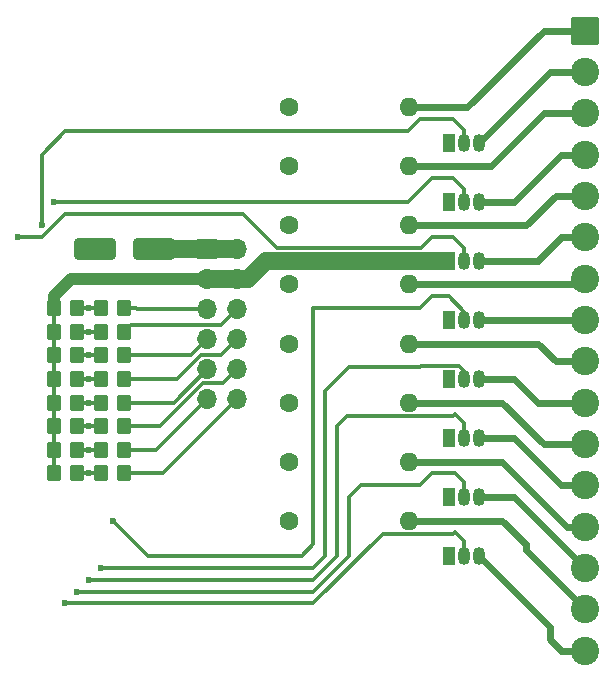
<source format=gbr>
%TF.GenerationSoftware,KiCad,Pcbnew,9.0.0*%
%TF.CreationDate,2025-03-23T16:41:57-07:00*%
%TF.ProjectId,Lights,4c696768-7473-42e6-9b69-6361645f7063,n/c*%
%TF.SameCoordinates,Original*%
%TF.FileFunction,Copper,L1,Top*%
%TF.FilePolarity,Positive*%
%FSLAX46Y46*%
G04 Gerber Fmt 4.6, Leading zero omitted, Abs format (unit mm)*
G04 Created by KiCad (PCBNEW 9.0.0) date 2025-03-23 16:41:57*
%MOMM*%
%LPD*%
G01*
G04 APERTURE LIST*
G04 Aperture macros list*
%AMRoundRect*
0 Rectangle with rounded corners*
0 $1 Rounding radius*
0 $2 $3 $4 $5 $6 $7 $8 $9 X,Y pos of 4 corners*
0 Add a 4 corners polygon primitive as box body*
4,1,4,$2,$3,$4,$5,$6,$7,$8,$9,$2,$3,0*
0 Add four circle primitives for the rounded corners*
1,1,$1+$1,$2,$3*
1,1,$1+$1,$4,$5*
1,1,$1+$1,$6,$7*
1,1,$1+$1,$8,$9*
0 Add four rect primitives between the rounded corners*
20,1,$1+$1,$2,$3,$4,$5,0*
20,1,$1+$1,$4,$5,$6,$7,0*
20,1,$1+$1,$6,$7,$8,$9,0*
20,1,$1+$1,$8,$9,$2,$3,0*%
G04 Aperture macros list end*
%TA.AperFunction,ComponentPad*%
%ADD10C,1.600000*%
%TD*%
%TA.AperFunction,ComponentPad*%
%ADD11O,1.600000X1.600000*%
%TD*%
%TA.AperFunction,SMDPad,CuDef*%
%ADD12RoundRect,0.250000X0.350000X0.450000X-0.350000X0.450000X-0.350000X-0.450000X0.350000X-0.450000X0*%
%TD*%
%TA.AperFunction,ComponentPad*%
%ADD13R,1.050000X1.500000*%
%TD*%
%TA.AperFunction,ComponentPad*%
%ADD14O,1.050000X1.500000*%
%TD*%
%TA.AperFunction,ComponentPad*%
%ADD15RoundRect,0.250001X-0.949999X0.949999X-0.949999X-0.949999X0.949999X-0.949999X0.949999X0.949999X0*%
%TD*%
%TA.AperFunction,ComponentPad*%
%ADD16C,2.400000*%
%TD*%
%TA.AperFunction,ComponentPad*%
%ADD17R,1.700000X1.700000*%
%TD*%
%TA.AperFunction,ComponentPad*%
%ADD18O,1.700000X1.700000*%
%TD*%
%TA.AperFunction,SMDPad,CuDef*%
%ADD19RoundRect,0.250000X-1.500000X-0.650000X1.500000X-0.650000X1.500000X0.650000X-1.500000X0.650000X0*%
%TD*%
%TA.AperFunction,ViaPad*%
%ADD20C,0.600000*%
%TD*%
%TA.AperFunction,Conductor*%
%ADD21C,0.300000*%
%TD*%
%TA.AperFunction,Conductor*%
%ADD22C,1.500000*%
%TD*%
%TA.AperFunction,Conductor*%
%ADD23C,1.000000*%
%TD*%
%TA.AperFunction,Conductor*%
%ADD24C,0.600000*%
%TD*%
G04 APERTURE END LIST*
D10*
%TO.P,R24,1*%
%TO.N,+12V*%
X179920000Y-80000000D03*
D11*
%TO.P,R24,2*%
%TO.N,Net-(J2-Pin_15)*%
X190080000Y-80000000D03*
%TD*%
D10*
%TO.P,R23,1*%
%TO.N,+12V*%
X179920000Y-75000000D03*
D11*
%TO.P,R23,2*%
%TO.N,Net-(J2-Pin_13)*%
X190080000Y-75000000D03*
%TD*%
D10*
%TO.P,R22,1*%
%TO.N,+12V*%
X179920000Y-70000000D03*
D11*
%TO.P,R22,2*%
%TO.N,Net-(J2-Pin_11)*%
X190080000Y-70000000D03*
%TD*%
D10*
%TO.P,R21,1*%
%TO.N,+12V*%
X179920000Y-65000000D03*
D11*
%TO.P,R21,2*%
%TO.N,Net-(J2-Pin_9)*%
X190080000Y-65000000D03*
%TD*%
D10*
%TO.P,R20,1*%
%TO.N,+12V*%
X179920000Y-60000000D03*
D11*
%TO.P,R20,2*%
%TO.N,Net-(J2-Pin_7)*%
X190080000Y-60000000D03*
%TD*%
D10*
%TO.P,R19,1*%
%TO.N,+12V*%
X179920000Y-55000000D03*
D11*
%TO.P,R19,2*%
%TO.N,Net-(J2-Pin_5)*%
X190080000Y-55000000D03*
%TD*%
D10*
%TO.P,R18,1*%
%TO.N,+12V*%
X179920000Y-50000000D03*
D11*
%TO.P,R18,2*%
%TO.N,Net-(J2-Pin_3)*%
X190080000Y-50000000D03*
%TD*%
D10*
%TO.P,R17,1*%
%TO.N,+12V*%
X179920000Y-45000000D03*
D11*
%TO.P,R17,2*%
%TO.N,Net-(J2-Pin_1)*%
X190080000Y-45000000D03*
%TD*%
D12*
%TO.P,R16,1*%
%TO.N,Net-(Q8-B)*%
X162000000Y-76000000D03*
%TO.P,R16,2*%
%TO.N,GND*%
X160000000Y-76000000D03*
%TD*%
%TO.P,R15,1*%
%TO.N,Net-(Q7-B)*%
X162000000Y-74000000D03*
%TO.P,R15,2*%
%TO.N,GND*%
X160000000Y-74000000D03*
%TD*%
%TO.P,R14,1*%
%TO.N,Net-(Q6-B)*%
X162000000Y-72000000D03*
%TO.P,R14,2*%
%TO.N,GND*%
X160000000Y-72000000D03*
%TD*%
%TO.P,R13,1*%
%TO.N,Net-(Q5-B)*%
X162000000Y-70000000D03*
%TO.P,R13,2*%
%TO.N,GND*%
X160000000Y-70000000D03*
%TD*%
%TO.P,R12,1*%
%TO.N,Net-(Q4-B)*%
X162000000Y-68000000D03*
%TO.P,R12,2*%
%TO.N,GND*%
X160000000Y-68000000D03*
%TD*%
%TO.P,R11,1*%
%TO.N,Net-(Q3-B)*%
X162000000Y-66000000D03*
%TO.P,R11,2*%
%TO.N,GND*%
X160000000Y-66000000D03*
%TD*%
%TO.P,R10,1*%
%TO.N,Net-(Q2-B)*%
X162000000Y-64000000D03*
%TO.P,R10,2*%
%TO.N,GND*%
X160000000Y-64000000D03*
%TD*%
%TO.P,R9,1*%
%TO.N,Net-(Q1-B)*%
X162000000Y-62000000D03*
%TO.P,R9,2*%
%TO.N,GND*%
X160000000Y-62000000D03*
%TD*%
%TO.P,R8,1*%
%TO.N,Net-(J1-Pin_12)*%
X166000000Y-76000000D03*
%TO.P,R8,2*%
%TO.N,Net-(Q8-B)*%
X164000000Y-76000000D03*
%TD*%
%TO.P,R7,1*%
%TO.N,Net-(J1-Pin_11)*%
X166000000Y-74000000D03*
%TO.P,R7,2*%
%TO.N,Net-(Q7-B)*%
X164000000Y-74000000D03*
%TD*%
%TO.P,R6,1*%
%TO.N,Net-(J1-Pin_10)*%
X166000000Y-72000000D03*
%TO.P,R6,2*%
%TO.N,Net-(Q6-B)*%
X164000000Y-72000000D03*
%TD*%
%TO.P,R5,1*%
%TO.N,Net-(J1-Pin_9)*%
X166000000Y-70000000D03*
%TO.P,R5,2*%
%TO.N,Net-(Q5-B)*%
X164000000Y-70000000D03*
%TD*%
%TO.P,R4,1*%
%TO.N,Net-(J1-Pin_8)*%
X166000000Y-68000000D03*
%TO.P,R4,2*%
%TO.N,Net-(Q4-B)*%
X164000000Y-68000000D03*
%TD*%
%TO.P,R3,1*%
%TO.N,Net-(J1-Pin_7)*%
X166000000Y-66000000D03*
%TO.P,R3,2*%
%TO.N,Net-(Q3-B)*%
X164000000Y-66000000D03*
%TD*%
%TO.P,R2,1*%
%TO.N,Net-(J1-Pin_6)*%
X166000000Y-64000000D03*
%TO.P,R2,2*%
%TO.N,Net-(Q2-B)*%
X164000000Y-64000000D03*
%TD*%
%TO.P,R1,1*%
%TO.N,Net-(J1-Pin_5)*%
X166000000Y-62000000D03*
%TO.P,R1,2*%
%TO.N,Net-(Q1-B)*%
X164000000Y-62000000D03*
%TD*%
D13*
%TO.P,Q8,1,E*%
%TO.N,GND*%
X193460000Y-83000000D03*
D14*
%TO.P,Q8,2,B*%
%TO.N,Net-(Q8-B)*%
X194730000Y-83000000D03*
%TO.P,Q8,3,C*%
%TO.N,Net-(J2-Pin_16)*%
X196000000Y-83000000D03*
%TD*%
D13*
%TO.P,Q7,1,E*%
%TO.N,GND*%
X193460000Y-78000000D03*
D14*
%TO.P,Q7,2,B*%
%TO.N,Net-(Q7-B)*%
X194730000Y-78000000D03*
%TO.P,Q7,3,C*%
%TO.N,Net-(J2-Pin_14)*%
X196000000Y-78000000D03*
%TD*%
D13*
%TO.P,Q6,1,E*%
%TO.N,GND*%
X193460000Y-73000000D03*
D14*
%TO.P,Q6,2,B*%
%TO.N,Net-(Q6-B)*%
X194730000Y-73000000D03*
%TO.P,Q6,3,C*%
%TO.N,Net-(J2-Pin_12)*%
X196000000Y-73000000D03*
%TD*%
D13*
%TO.P,Q5,1,E*%
%TO.N,GND*%
X193460000Y-68000000D03*
D14*
%TO.P,Q5,2,B*%
%TO.N,Net-(Q5-B)*%
X194730000Y-68000000D03*
%TO.P,Q5,3,C*%
%TO.N,Net-(J2-Pin_10)*%
X196000000Y-68000000D03*
%TD*%
D13*
%TO.P,Q4,1,E*%
%TO.N,GND*%
X193460000Y-63000000D03*
D14*
%TO.P,Q4,2,B*%
%TO.N,Net-(Q4-B)*%
X194730000Y-63000000D03*
%TO.P,Q4,3,C*%
%TO.N,Net-(J2-Pin_8)*%
X196000000Y-63000000D03*
%TD*%
D13*
%TO.P,Q3,1,E*%
%TO.N,GND*%
X193460000Y-58000000D03*
D14*
%TO.P,Q3,2,B*%
%TO.N,Net-(Q3-B)*%
X194730000Y-58000000D03*
%TO.P,Q3,3,C*%
%TO.N,Net-(J2-Pin_6)*%
X196000000Y-58000000D03*
%TD*%
D13*
%TO.P,Q2,1,E*%
%TO.N,GND*%
X193460000Y-53000000D03*
D14*
%TO.P,Q2,2,B*%
%TO.N,Net-(Q2-B)*%
X194730000Y-53000000D03*
%TO.P,Q2,3,C*%
%TO.N,Net-(J2-Pin_4)*%
X196000000Y-53000000D03*
%TD*%
D13*
%TO.P,Q1,1,E*%
%TO.N,GND*%
X193460000Y-48000000D03*
D14*
%TO.P,Q1,2,B*%
%TO.N,Net-(Q1-B)*%
X194730000Y-48000000D03*
%TO.P,Q1,3,C*%
%TO.N,Net-(J2-Pin_2)*%
X196000000Y-48000000D03*
%TD*%
D15*
%TO.P,J2,1,Pin_1*%
%TO.N,Net-(J2-Pin_1)*%
X205000000Y-38500000D03*
D16*
%TO.P,J2,2,Pin_2*%
%TO.N,Net-(J2-Pin_2)*%
X205000000Y-42000000D03*
%TO.P,J2,3,Pin_3*%
%TO.N,Net-(J2-Pin_3)*%
X205000000Y-45500000D03*
%TO.P,J2,4,Pin_4*%
%TO.N,Net-(J2-Pin_4)*%
X205000000Y-49000000D03*
%TO.P,J2,5,Pin_5*%
%TO.N,Net-(J2-Pin_5)*%
X205000000Y-52500000D03*
%TO.P,J2,6,Pin_6*%
%TO.N,Net-(J2-Pin_6)*%
X205000000Y-56000000D03*
%TO.P,J2,7,Pin_7*%
%TO.N,Net-(J2-Pin_7)*%
X205000000Y-59500000D03*
%TO.P,J2,8,Pin_8*%
%TO.N,Net-(J2-Pin_8)*%
X205000000Y-63000000D03*
%TO.P,J2,9,Pin_9*%
%TO.N,Net-(J2-Pin_9)*%
X205000000Y-66500000D03*
%TO.P,J2,10,Pin_10*%
%TO.N,Net-(J2-Pin_10)*%
X205000000Y-70000000D03*
%TO.P,J2,11,Pin_11*%
%TO.N,Net-(J2-Pin_11)*%
X205000000Y-73500000D03*
%TO.P,J2,12,Pin_12*%
%TO.N,Net-(J2-Pin_12)*%
X205000000Y-77000000D03*
%TO.P,J2,13,Pin_13*%
%TO.N,Net-(J2-Pin_13)*%
X205000000Y-80500000D03*
%TO.P,J2,14,Pin_14*%
%TO.N,Net-(J2-Pin_14)*%
X205000000Y-84000000D03*
%TO.P,J2,15,Pin_15*%
%TO.N,Net-(J2-Pin_15)*%
X205000000Y-87500000D03*
%TO.P,J2,16,Pin_16*%
%TO.N,Net-(J2-Pin_16)*%
X205000000Y-91000000D03*
%TD*%
D17*
%TO.P,J1,1,Pin_1*%
%TO.N,Net-(D1-A)*%
X173000000Y-57000000D03*
D18*
%TO.P,J1,2,Pin_2*%
X175540000Y-57000000D03*
%TO.P,J1,3,Pin_3*%
%TO.N,GND*%
X173000000Y-59540000D03*
%TO.P,J1,4,Pin_4*%
X175540000Y-59540000D03*
%TO.P,J1,5,Pin_5*%
%TO.N,Net-(J1-Pin_5)*%
X173000000Y-62080000D03*
%TO.P,J1,6,Pin_6*%
%TO.N,Net-(J1-Pin_6)*%
X175540000Y-62080000D03*
%TO.P,J1,7,Pin_7*%
%TO.N,Net-(J1-Pin_7)*%
X173000000Y-64620000D03*
%TO.P,J1,8,Pin_8*%
%TO.N,Net-(J1-Pin_8)*%
X175540000Y-64620000D03*
%TO.P,J1,9,Pin_9*%
%TO.N,Net-(J1-Pin_9)*%
X173000000Y-67160000D03*
%TO.P,J1,10,Pin_10*%
%TO.N,Net-(J1-Pin_10)*%
X175540000Y-67160000D03*
%TO.P,J1,11,Pin_11*%
%TO.N,Net-(J1-Pin_11)*%
X173000000Y-69700000D03*
%TO.P,J1,12,Pin_12*%
%TO.N,Net-(J1-Pin_12)*%
X175540000Y-69700000D03*
%TD*%
D19*
%TO.P,D1,1,K*%
%TO.N,+12V*%
X163500000Y-57000000D03*
%TO.P,D1,2,A*%
%TO.N,Net-(D1-A)*%
X168500000Y-57000000D03*
%TD*%
D20*
%TO.N,Net-(Q8-B)*%
X163000000Y-76000000D03*
X161000000Y-87000000D03*
%TO.N,Net-(Q7-B)*%
X163000000Y-74000000D03*
X162000000Y-86000000D03*
%TO.N,Net-(Q6-B)*%
X163000000Y-85000000D03*
X163000000Y-72000000D03*
%TO.N,Net-(Q5-B)*%
X164000000Y-84000000D03*
X163000000Y-70000000D03*
%TO.N,Net-(Q4-B)*%
X165000000Y-80000000D03*
X163000000Y-68000000D03*
%TO.N,Net-(Q3-B)*%
X163000000Y-66000000D03*
X157000000Y-56000000D03*
%TO.N,Net-(Q2-B)*%
X160000000Y-53000000D03*
X163000000Y-64000000D03*
%TO.N,Net-(Q1-B)*%
X159000000Y-55000000D03*
X163000000Y-62000000D03*
%TD*%
D21*
%TO.N,Net-(Q3-B)*%
X176000000Y-54000000D02*
X161000000Y-54000000D01*
X193780000Y-56000000D02*
X192000000Y-56000000D01*
X159000000Y-56000000D02*
X157000000Y-56000000D01*
D22*
%TO.N,GND*%
X175540000Y-59540000D02*
X176460000Y-59540000D01*
D21*
%TO.N,Net-(Q3-B)*%
X194730000Y-56950000D02*
X193780000Y-56000000D01*
D22*
%TO.N,GND*%
X178000000Y-58000000D02*
X193254000Y-58000000D01*
D21*
%TO.N,Net-(Q3-B)*%
X192000000Y-56000000D02*
X191100000Y-56900000D01*
D22*
%TO.N,GND*%
X176460000Y-59540000D02*
X178000000Y-58000000D01*
D21*
%TO.N,Net-(Q3-B)*%
X194730000Y-58000000D02*
X194730000Y-56950000D01*
X191100000Y-56900000D02*
X178900000Y-56900000D01*
X161000000Y-54000000D02*
X159000000Y-56000000D01*
X178900000Y-56900000D02*
X176000000Y-54000000D01*
%TO.N,Net-(Q8-B)*%
X193849000Y-81151000D02*
X187849000Y-81151000D01*
X194000000Y-81000000D02*
X193849000Y-81151000D01*
X163000000Y-76000000D02*
X164000000Y-76000000D01*
X182000000Y-87000000D02*
X161000000Y-87000000D01*
X194730000Y-81730000D02*
X194000000Y-81000000D01*
X187849000Y-81151000D02*
X182000000Y-87000000D01*
X194730000Y-83000000D02*
X194730000Y-81730000D01*
%TO.N,Net-(Q7-B)*%
X185000000Y-83000000D02*
X182000000Y-86000000D01*
X182000000Y-86000000D02*
X162000000Y-86000000D01*
X194000000Y-76000000D02*
X192000000Y-76000000D01*
X162000000Y-74000000D02*
X163000000Y-74000000D01*
X194730000Y-78000000D02*
X194730000Y-76730000D01*
X185000000Y-78000000D02*
X185000000Y-83000000D01*
X186000000Y-77000000D02*
X185000000Y-78000000D01*
X194730000Y-76730000D02*
X194000000Y-76000000D01*
X192000000Y-76000000D02*
X191000000Y-77000000D01*
X191000000Y-77000000D02*
X186000000Y-77000000D01*
%TO.N,Net-(Q6-B)*%
X193849000Y-71151000D02*
X184849000Y-71151000D01*
X194730000Y-73000000D02*
X194730000Y-71730000D01*
X184849000Y-71151000D02*
X184000000Y-72000000D01*
X194000000Y-71000000D02*
X193849000Y-71151000D01*
X182000000Y-85000000D02*
X163000000Y-85000000D01*
X184000000Y-72000000D02*
X184000000Y-83000000D01*
X194730000Y-71730000D02*
X194000000Y-71000000D01*
X184000000Y-83000000D02*
X182000000Y-85000000D01*
X163000000Y-72000000D02*
X164000000Y-72000000D01*
%TO.N,Net-(Q5-B)*%
X184000000Y-68000000D02*
X183000000Y-69000000D01*
X183000000Y-83000000D02*
X182000000Y-84000000D01*
X194730000Y-67293000D02*
X194336000Y-66899000D01*
X162000000Y-70000000D02*
X163000000Y-70000000D01*
X185000000Y-67000000D02*
X184000000Y-68000000D01*
X191000000Y-67000000D02*
X185000000Y-67000000D01*
X194336000Y-66899000D02*
X191101000Y-66899000D01*
X183000000Y-69000000D02*
X183000000Y-83000000D01*
X191101000Y-66899000D02*
X191000000Y-67000000D01*
X194730000Y-68000000D02*
X194730000Y-67293000D01*
X182000000Y-84000000D02*
X164000000Y-84000000D01*
%TO.N,Net-(Q4-B)*%
X168000000Y-83000000D02*
X165000000Y-80000000D01*
X182000000Y-62000000D02*
X182000000Y-82000000D01*
X192000000Y-61000000D02*
X191000000Y-62000000D01*
X194730000Y-63000000D02*
X194730000Y-62293000D01*
X194730000Y-62293000D02*
X193437000Y-61000000D01*
X191000000Y-62000000D02*
X182000000Y-62000000D01*
X182000000Y-82000000D02*
X181000000Y-83000000D01*
X163000000Y-68000000D02*
X164000000Y-68000000D01*
X181000000Y-83000000D02*
X168000000Y-83000000D01*
X193437000Y-61000000D02*
X192000000Y-61000000D01*
%TO.N,Net-(Q3-B)*%
X163000000Y-66000000D02*
X164000000Y-66000000D01*
%TO.N,Net-(Q2-B)*%
X194730000Y-53000000D02*
X194730000Y-51950000D01*
X192000000Y-51000000D02*
X191000000Y-52000000D01*
X191000000Y-52000000D02*
X190000000Y-53000000D01*
X163000000Y-64000000D02*
X164000000Y-64000000D01*
X194730000Y-51950000D02*
X193780000Y-51000000D01*
X193780000Y-51000000D02*
X192000000Y-51000000D01*
X190000000Y-53000000D02*
X160000000Y-53000000D01*
%TO.N,Net-(Q1-B)*%
X194730000Y-48000000D02*
X194730000Y-46950000D01*
X161000000Y-47000000D02*
X159000000Y-49000000D01*
X194730000Y-46950000D02*
X193780000Y-46000000D01*
X193780000Y-46000000D02*
X191000000Y-46000000D01*
X191000000Y-46000000D02*
X190000000Y-47000000D01*
X190000000Y-47000000D02*
X161000000Y-47000000D01*
X162000000Y-62000000D02*
X163000000Y-62000000D01*
X159000000Y-49000000D02*
X159000000Y-55000000D01*
D23*
%TO.N,GND*%
X160000000Y-62000000D02*
X160000000Y-61000000D01*
X161460000Y-59540000D02*
X173000000Y-59540000D01*
X160000000Y-61000000D02*
X161460000Y-59540000D01*
D22*
X173000000Y-59540000D02*
X175540000Y-59540000D01*
%TO.N,Net-(D1-A)*%
X173000000Y-57000000D02*
X168500000Y-57000000D01*
X173000000Y-57000000D02*
X175540000Y-57000000D01*
D21*
%TO.N,GND*%
X160000000Y-64000000D02*
X160000000Y-62000000D01*
X160000000Y-66000000D02*
X160000000Y-64000000D01*
X160000000Y-68000000D02*
X160000000Y-66000000D01*
X160000000Y-70000000D02*
X160000000Y-68000000D01*
X160000000Y-72000000D02*
X160000000Y-70000000D01*
X160000000Y-74000000D02*
X160000000Y-72000000D01*
X160000000Y-76000000D02*
X160000000Y-74000000D01*
%TO.N,Net-(Q8-B)*%
X162000000Y-76000000D02*
X163000000Y-76000000D01*
%TO.N,Net-(Q7-B)*%
X163000000Y-74000000D02*
X164000000Y-74000000D01*
%TO.N,Net-(Q6-B)*%
X162000000Y-72000000D02*
X163000000Y-72000000D01*
%TO.N,Net-(Q5-B)*%
X163000000Y-70000000D02*
X164000000Y-70000000D01*
%TO.N,Net-(Q4-B)*%
X162000000Y-68000000D02*
X163000000Y-68000000D01*
%TO.N,Net-(Q3-B)*%
X162000000Y-66000000D02*
X163000000Y-66000000D01*
%TO.N,Net-(Q2-B)*%
X162000000Y-64000000D02*
X163000000Y-64000000D01*
%TO.N,Net-(Q1-B)*%
X163000000Y-62000000D02*
X164000000Y-62000000D01*
%TO.N,Net-(J1-Pin_12)*%
X166000000Y-76000000D02*
X169240000Y-76000000D01*
X169240000Y-76000000D02*
X175540000Y-69700000D01*
%TO.N,Net-(J1-Pin_11)*%
X166000000Y-74000000D02*
X168700000Y-74000000D01*
X168700000Y-74000000D02*
X173000000Y-69700000D01*
%TO.N,Net-(J1-Pin_10)*%
X166000000Y-72000000D02*
X169000000Y-72000000D01*
X169000000Y-72000000D02*
X172639000Y-68361000D01*
X174339000Y-68361000D02*
X175540000Y-67160000D01*
X172639000Y-68361000D02*
X174339000Y-68361000D01*
%TO.N,Net-(J1-Pin_9)*%
X166000000Y-70000000D02*
X170160000Y-70000000D01*
X170160000Y-70000000D02*
X173000000Y-67160000D01*
%TO.N,Net-(J1-Pin_8)*%
X166000000Y-68000000D02*
X170461529Y-68000000D01*
X170461529Y-68000000D02*
X172502529Y-65959000D01*
X172502529Y-65959000D02*
X174201000Y-65959000D01*
X174201000Y-65959000D02*
X175540000Y-64620000D01*
%TO.N,Net-(J1-Pin_7)*%
X166000000Y-66000000D02*
X171620000Y-66000000D01*
X171620000Y-66000000D02*
X173000000Y-64620000D01*
%TO.N,Net-(J1-Pin_6)*%
X166000000Y-64000000D02*
X166581000Y-63419000D01*
X166581000Y-63419000D02*
X174201000Y-63419000D01*
X174201000Y-63419000D02*
X175540000Y-62080000D01*
%TO.N,Net-(J1-Pin_5)*%
X166000000Y-62000000D02*
X167000000Y-62000000D01*
X167000000Y-62000000D02*
X167080000Y-62080000D01*
X167080000Y-62080000D02*
X173000000Y-62080000D01*
D24*
%TO.N,Net-(J2-Pin_16)*%
X196000000Y-83000000D02*
X202000000Y-89000000D01*
X202000000Y-89000000D02*
X202000000Y-90000000D01*
X202000000Y-90000000D02*
X203000000Y-91000000D01*
X203000000Y-91000000D02*
X205000000Y-91000000D01*
%TO.N,Net-(J2-Pin_15)*%
X190080000Y-80000000D02*
X198000000Y-80000000D01*
X198000000Y-80000000D02*
X200000000Y-82000000D01*
X200000000Y-82500000D02*
X205000000Y-87500000D01*
X200000000Y-82000000D02*
X200000000Y-82500000D01*
%TO.N,Net-(J2-Pin_14)*%
X196000000Y-78000000D02*
X199000000Y-78000000D01*
X199000000Y-78000000D02*
X205000000Y-84000000D01*
%TO.N,Net-(J2-Pin_13)*%
X190080000Y-75000000D02*
X198000000Y-75000000D01*
X198000000Y-75000000D02*
X203500000Y-80500000D01*
X203500000Y-80500000D02*
X205000000Y-80500000D01*
%TO.N,Net-(J2-Pin_12)*%
X196000000Y-73000000D02*
X199000000Y-73000000D01*
X199000000Y-73000000D02*
X203000000Y-77000000D01*
X203000000Y-77000000D02*
X205000000Y-77000000D01*
%TO.N,Net-(J2-Pin_11)*%
X190080000Y-70000000D02*
X198000000Y-70000000D01*
X198000000Y-70000000D02*
X201500000Y-73500000D01*
X201500000Y-73500000D02*
X205000000Y-73500000D01*
%TO.N,Net-(J2-Pin_10)*%
X196000000Y-68000000D02*
X199000000Y-68000000D01*
X201000000Y-70000000D02*
X205000000Y-70000000D01*
X199000000Y-68000000D02*
X201000000Y-70000000D01*
%TO.N,Net-(J2-Pin_9)*%
X190080000Y-65000000D02*
X201000000Y-65000000D01*
X201000000Y-65000000D02*
X202500000Y-66500000D01*
X202500000Y-66500000D02*
X205000000Y-66500000D01*
%TO.N,Net-(J2-Pin_8)*%
X196000000Y-63000000D02*
X205000000Y-63000000D01*
%TO.N,Net-(J2-Pin_7)*%
X190080000Y-60000000D02*
X204500000Y-60000000D01*
X204500000Y-60000000D02*
X205000000Y-59500000D01*
%TO.N,Net-(J2-Pin_6)*%
X196000000Y-58000000D02*
X201000000Y-58000000D01*
X201000000Y-58000000D02*
X203000000Y-56000000D01*
X203000000Y-56000000D02*
X205000000Y-56000000D01*
%TO.N,Net-(J2-Pin_5)*%
X190080000Y-55000000D02*
X200000000Y-55000000D01*
X200000000Y-55000000D02*
X202500000Y-52500000D01*
X202500000Y-52500000D02*
X205000000Y-52500000D01*
%TO.N,Net-(J2-Pin_4)*%
X196000000Y-53000000D02*
X199000000Y-53000000D01*
X199000000Y-53000000D02*
X203000000Y-49000000D01*
X203000000Y-49000000D02*
X205000000Y-49000000D01*
%TO.N,Net-(J2-Pin_3)*%
X190080000Y-50000000D02*
X197000000Y-50000000D01*
X201500000Y-45500000D02*
X205000000Y-45500000D01*
X197000000Y-50000000D02*
X201500000Y-45500000D01*
%TO.N,Net-(J2-Pin_2)*%
X196000000Y-48000000D02*
X202000000Y-42000000D01*
X202000000Y-42000000D02*
X205000000Y-42000000D01*
%TO.N,Net-(J2-Pin_1)*%
X190080000Y-45000000D02*
X195000000Y-45000000D01*
X201500000Y-38500000D02*
X205000000Y-38500000D01*
X195000000Y-45000000D02*
X201500000Y-38500000D01*
%TD*%
M02*

</source>
